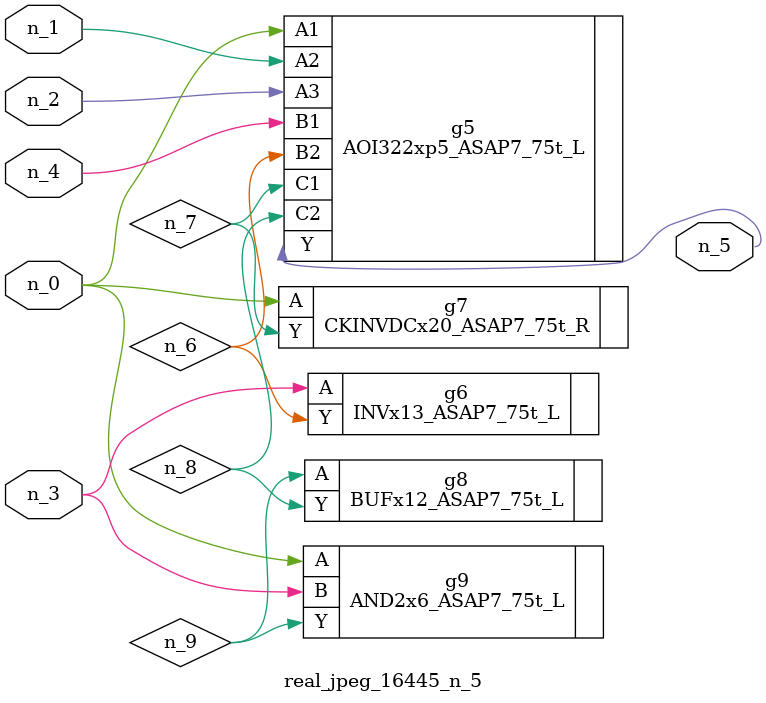
<source format=v>
module real_jpeg_16445_n_5 (n_4, n_0, n_1, n_2, n_3, n_5);

input n_4;
input n_0;
input n_1;
input n_2;
input n_3;

output n_5;

wire n_8;
wire n_6;
wire n_7;
wire n_9;

AOI322xp5_ASAP7_75t_L g5 ( 
.A1(n_0),
.A2(n_1),
.A3(n_2),
.B1(n_4),
.B2(n_6),
.C1(n_7),
.C2(n_8),
.Y(n_5)
);

CKINVDCx20_ASAP7_75t_R g7 ( 
.A(n_0),
.Y(n_7)
);

AND2x6_ASAP7_75t_L g9 ( 
.A(n_0),
.B(n_3),
.Y(n_9)
);

INVx13_ASAP7_75t_L g6 ( 
.A(n_3),
.Y(n_6)
);

BUFx12_ASAP7_75t_L g8 ( 
.A(n_9),
.Y(n_8)
);


endmodule
</source>
